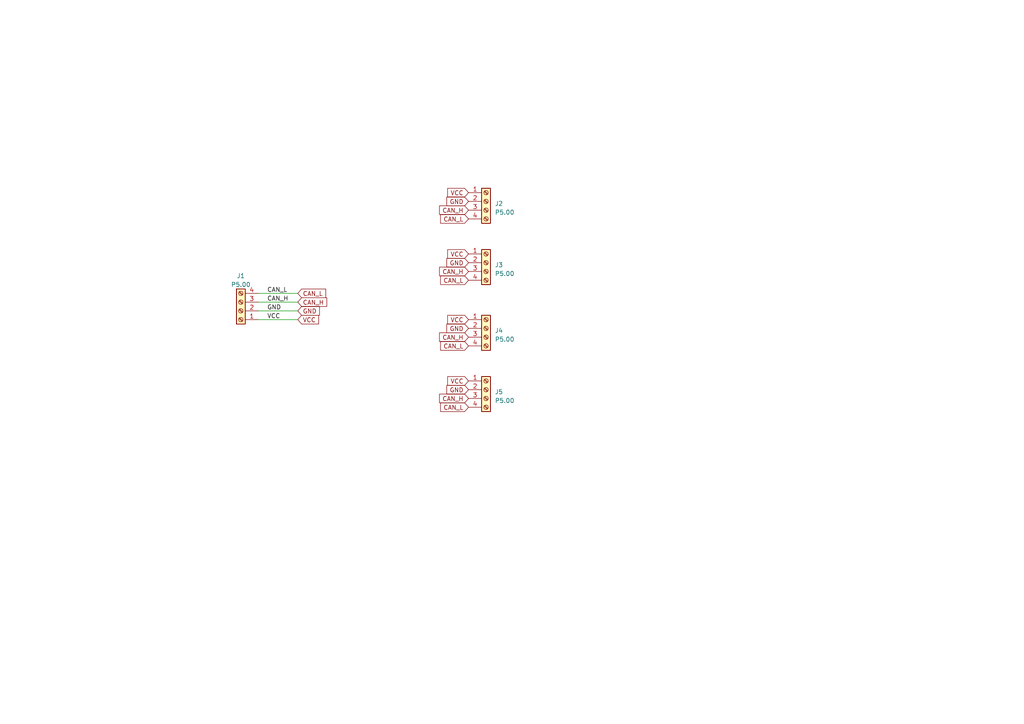
<source format=kicad_sch>
(kicad_sch (version 20230121) (generator eeschema)
  (paper "A4")
  (lib_symbols
    (symbol "Connector:Screw_Terminal_01x04" (pin_names (offset 1.016) hide)
      (property "Reference" "J" (at 0 5.08 0))
      (property "Value" "Screw_Terminal_01x04" (at 0 -7.62 0))
      (symbol "Screw_Terminal_01x04_1_1"
        (rectangle (start -1.27 3.81) (end 1.27 -6.35) (stroke (width 0.254)) (fill (type background)))
        (circle (center 0 -5.08) (radius 0.635) (stroke (width 0.1524)))
        (circle (center 0 -2.54) (radius 0.635) (stroke (width 0.1524)))
        (polyline (pts (xy -0.5334 -4.7498) (xy 0.3302 -5.588)) (stroke (width 0.1524)))
        (polyline (pts (xy -0.5334 -2.2098) (xy 0.3302 -3.048)) (stroke (width 0.1524)))
        (polyline (pts (xy -0.5334 0.3302) (xy 0.3302 -0.508)) (stroke (width 0.1524)))
        (polyline (pts (xy -0.5334 2.8702) (xy 0.3302 2.032)) (stroke (width 0.1524)))
        (polyline (pts (xy -0.3556 -4.572) (xy 0.508 -5.4102)) (stroke (width 0.1524)))
        (polyline (pts (xy -0.3556 -2.032) (xy 0.508 -2.8702)) (stroke (width 0.1524)))
        (polyline (pts (xy -0.3556 0.508) (xy 0.508 -0.3302)) (stroke (width 0.1524)))
        (polyline (pts (xy -0.3556 3.048) (xy 0.508 2.2098)) (stroke (width 0.1524)))
        (circle (center 0 0) (radius 0.635) (stroke (width 0.1524)))
        (circle (center 0 2.54) (radius 0.635) (stroke (width 0.1524)))
        (pin passive line (at -5.08 2.54 0) (length 3.81) (name "Pin_1") (number "1"))
        (pin passive line (at -5.08 0 0) (length 3.81) (name "Pin_2") (number "2"))
        (pin passive line (at -5.08 -2.54 0) (length 3.81) (name "Pin_3") (number "3"))
        (pin passive line (at -5.08 -5.08 0) (length 3.81) (name "Pin_4") (number "4"))
      )
    )
  )
  (wire (pts (xy 74.93 87.63) (xy 86.36 87.63)))
  (wire (pts (xy 74.93 90.17) (xy 86.36 90.17)))
  (wire (pts (xy 74.93 85.09) (xy 86.36 85.09)))
  (wire (pts (xy 74.93 92.71) (xy 86.36 92.71)))
  (label "VCC" (at 77.47 92.71 0))
  (label "CAN_H" (at 77.47 87.63 0))
  (label "CAN_L" (at 77.47 85.09 0))
  (label "GND" (at 77.47 90.17 0))
  (global_label "VCC" (shape input) (at 135.89 110.49 180) (property "Intersheetrefs" "${INTERSHEET_REFS}" (effects hide)))
  (global_label "CAN_H" (shape input) (at 86.36 87.63 0) (property "Intersheetrefs" "${INTERSHEET_REFS}" (effects hide)))
  (global_label "GND" (shape input) (at 135.89 95.25 180) (property "Intersheetrefs" "${INTERSHEET_REFS}" (effects hide)))
  (global_label "CAN_L" (shape input) (at 135.89 63.5 180) (property "Intersheetrefs" "${INTERSHEET_REFS}" (effects hide)))
  (global_label "CAN_L" (shape input) (at 135.89 100.33 180) (property "Intersheetrefs" "${INTERSHEET_REFS}" (effects hide)))
  (global_label "CAN_H" (shape input) (at 135.89 97.79 180) (property "Intersheetrefs" "${INTERSHEET_REFS}" (effects hide)))
  (global_label "CAN_H" (shape input) (at 135.89 60.96 180) (property "Intersheetrefs" "${INTERSHEET_REFS}" (effects hide)))
  (global_label "VCC" (shape input) (at 135.89 92.71 180) (property "Intersheetrefs" "${INTERSHEET_REFS}" (effects hide)))
  (global_label "VCC" (shape input) (at 135.89 73.66 180) (property "Intersheetrefs" "${INTERSHEET_REFS}" (effects hide)))
  (global_label "CAN_L" (shape input) (at 135.89 81.28 180) (property "Intersheetrefs" "${INTERSHEET_REFS}" (effects hide)))
  (global_label "GND" (shape input) (at 135.89 58.42 180) (property "Intersheetrefs" "${INTERSHEET_REFS}" (effects hide)))
  (global_label "CAN_H" (shape input) (at 135.89 115.57 180) (property "Intersheetrefs" "${INTERSHEET_REFS}" (effects hide)))
  (global_label "GND" (shape input) (at 135.89 76.2 180) (property "Intersheetrefs" "${INTERSHEET_REFS}" (effects hide)))
  (global_label "CAN_H" (shape input) (at 135.89 78.74 180) (property "Intersheetrefs" "${INTERSHEET_REFS}" (effects hide)))
  (global_label "CAN_L" (shape input) (at 135.89 118.11 180) (property "Intersheetrefs" "${INTERSHEET_REFS}" (effects hide)))
  (global_label "GND" (shape input) (at 135.89 113.03 180) (property "Intersheetrefs" "${INTERSHEET_REFS}" (effects hide)))
  (global_label "VCC" (shape input) (at 135.89 55.88 180) (property "Intersheetrefs" "${INTERSHEET_REFS}" (effects hide)))
  (global_label "VCC" (shape input) (at 86.36 92.71 0) (property "Intersheetrefs" "${INTERSHEET_REFS}" (effects hide)))
  (global_label "CAN_L" (shape input) (at 86.36 85.09 0) (property "Intersheetrefs" "${INTERSHEET_REFS}" (effects hide)))
  (global_label "GND" (shape input) (at 86.36 90.17 0) (property "Intersheetrefs" "${INTERSHEET_REFS}" (effects hide)))
  (symbol (lib_id "Connector:Screw_Terminal_01x04") (at 140.97 113.03 0) (unit 1)
    (property "Reference" "J5" (at 143.51 113.665 0) (effects (justify left)))
    (property "Value" "P5.00" (at 143.51 116.205 0) (effects (justify left)))
    (property "Footprint" "TerminalBlock:TerminalBlock_bornier-4_P5.08mm" (effects hide))
  )
  (symbol (lib_id "Connector:Screw_Terminal_01x04") (at 140.97 76.2 0) (unit 1)
    (property "Reference" "J3" (at 143.51 76.835 0) (effects (justify left)))
    (property "Value" "P5.00" (at 143.51 79.375 0) (effects (justify left)))
    (property "Footprint" "TerminalBlock:TerminalBlock_bornier-4_P5.08mm" (effects hide))
  )
  (symbol (lib_id "Connector:Screw_Terminal_01x04") (at 140.97 58.42 0) (unit 1)
    (property "Reference" "J2" (at 143.51 59.055 0) (effects (justify left)))
    (property "Value" "P5.00" (at 143.51 61.595 0) (effects (justify left)))
    (property "Footprint" "TerminalBlock:TerminalBlock_bornier-4_P5.08mm" (effects hide))
  )
  (symbol (lib_id "Connector:Screw_Terminal_01x04") (at 69.85 90.17 180) (unit 1)
    (property "Reference" "J1" (at 69.85 80.01 0))
    (property "Value" "P5.00" (at 69.85 82.55 0))
    (property "Footprint" "TerminalBlock:TerminalBlock_bornier-4_P5.08mm" (effects hide))
  )
  (symbol (lib_id "Connector:Screw_Terminal_01x04") (at 140.97 95.25 0) (unit 1)
    (property "Reference" "J4" (at 143.51 95.885 0) (effects (justify left)))
    (property "Value" "P5.00" (at 143.51 98.425 0) (effects (justify left)))
    (property "Footprint" "TerminalBlock:TerminalBlock_bornier-4_P5.08mm" (effects hide))
  )
)
</source>
